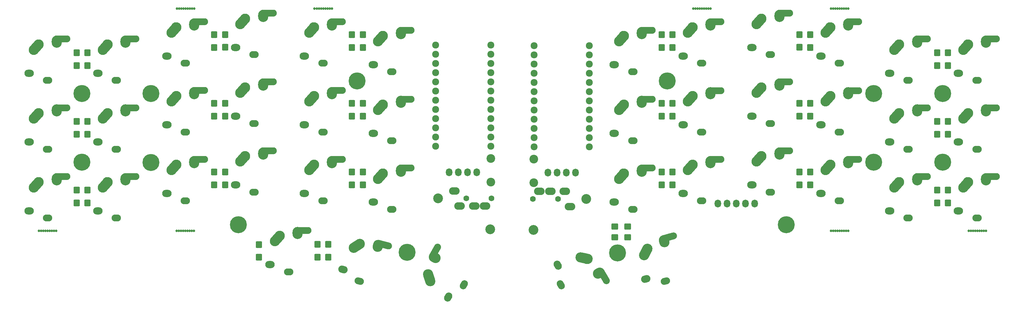
<source format=gbs>
G04 #@! TF.GenerationSoftware,KiCad,Pcbnew,(6.0.8-1)-1*
G04 #@! TF.CreationDate,2023-02-08T14:44:23+02:00*
G04 #@! TF.ProjectId,corne-light,636f726e-652d-46c6-9967-68742e6b6963,2.0*
G04 #@! TF.SameCoordinates,Original*
G04 #@! TF.FileFunction,Soldermask,Bot*
G04 #@! TF.FilePolarity,Negative*
%FSLAX46Y46*%
G04 Gerber Fmt 4.6, Leading zero omitted, Abs format (unit mm)*
G04 Created by KiCad (PCBNEW (6.0.8-1)-1) date 2023-02-08 14:44:23*
%MOMM*%
%LPD*%
G01*
G04 APERTURE LIST*
G04 Aperture macros list*
%AMRoundRect*
0 Rectangle with rounded corners*
0 $1 Rounding radius*
0 $2 $3 $4 $5 $6 $7 $8 $9 X,Y pos of 4 corners*
0 Add a 4 corners polygon primitive as box body*
4,1,4,$2,$3,$4,$5,$6,$7,$8,$9,$2,$3,0*
0 Add four circle primitives for the rounded corners*
1,1,$1+$1,$2,$3*
1,1,$1+$1,$4,$5*
1,1,$1+$1,$6,$7*
1,1,$1+$1,$8,$9*
0 Add four rect primitives between the rounded corners*
20,1,$1+$1,$2,$3,$4,$5,0*
20,1,$1+$1,$4,$5,$6,$7,0*
20,1,$1+$1,$6,$7,$8,$9,0*
20,1,$1+$1,$8,$9,$2,$3,0*%
%AMHorizOval*
0 Thick line with rounded ends*
0 $1 width*
0 $2 $3 position (X,Y) of the first rounded end (center of the circle)*
0 $4 $5 position (X,Y) of the second rounded end (center of the circle)*
0 Add line between two ends*
20,1,$1,$2,$3,$4,$5,0*
0 Add two circle primitives to create the rounded ends*
1,1,$1,$2,$3*
1,1,$1,$4,$5*%
G04 Aperture macros list end*
%ADD10HorizOval,2.800000X-0.453990X-0.891007X0.453990X0.891007X0*%
%ADD11HorizOval,2.000000X0.289778X0.077646X-0.289778X-0.077646X0*%
%ADD12C,2.800000*%
%ADD13HorizOval,1.900000X0.338074X0.090587X-0.338074X-0.090587X0*%
%ADD14HorizOval,2.800000X-0.071175X0.265630X0.071175X-0.265630X0*%
%ADD15HorizOval,1.900000X1.397264X0.387496X-1.397264X-0.387496X0*%
%ADD16C,1.600000*%
%ADD17O,2.900000X2.100000*%
%ADD18C,2.400000*%
%ADD19O,2.600000X2.000000*%
%ADD20HorizOval,2.800000X-0.669131X-0.743145X0.669131X0.743145X0*%
%ADD21O,2.600000X1.900000*%
%ADD22HorizOval,1.900000X1.449945X0.012653X-1.449945X-0.012653X0*%
%ADD23O,2.800000X3.350000*%
%ADD24C,1.924000*%
%ADD25HorizOval,2.800000X-0.309017X0.951057X0.309017X-0.951057X0*%
%ADD26HorizOval,2.000000X0.150000X0.259808X-0.150000X-0.259808X0*%
%ADD27HorizOval,1.900000X0.175000X0.303109X-0.175000X-0.303109X0*%
%ADD28HorizOval,2.800000X-0.238157X0.137500X0.238157X-0.137500X0*%
%ADD29HorizOval,1.900000X0.714014X1.262016X-0.714014X-1.262016X0*%
%ADD30HorizOval,2.800000X-0.838671X-0.544639X0.838671X0.544639X0*%
%ADD31HorizOval,2.000000X0.289778X-0.077646X-0.289778X0.077646X0*%
%ADD32HorizOval,1.900000X0.338074X-0.090587X-0.338074X0.090587X0*%
%ADD33HorizOval,1.900000X1.403814X-0.363051X-1.403814X0.363051X0*%
%ADD34HorizOval,2.800000X-0.071175X-0.265630X0.071175X0.265630X0*%
%ADD35C,2.700000*%
%ADD36HorizOval,2.800000X-0.978148X0.207912X0.978148X-0.207912X0*%
%ADD37HorizOval,2.000000X0.150000X-0.259808X-0.150000X0.259808X0*%
%ADD38HorizOval,2.800000X-0.238157X-0.137500X0.238157X0.137500X0*%
%ADD39HorizOval,1.900000X0.735931X-1.249362X-0.735931X1.249362X0*%
%ADD40HorizOval,1.900000X0.175000X-0.303109X-0.175000X0.303109X0*%
%ADD41O,1.797000X2.178000*%
%ADD42C,0.700000*%
%ADD43RoundRect,0.200000X-0.650000X0.700000X-0.650000X-0.700000X0.650000X-0.700000X0.650000X0.700000X0*%
%ADD44RoundRect,0.200000X-0.700000X-0.650000X0.700000X-0.650000X0.700000X0.650000X-0.700000X0.650000X0*%
%ADD45C,4.700000*%
G04 APERTURE END LIST*
D10*
X187308330Y-99174827D03*
D11*
X187268020Y-106632520D03*
D12*
X187734756Y-98328776D03*
D13*
X192711879Y-107244394D03*
D14*
X192357330Y-96261940D03*
D15*
X193518037Y-95184410D03*
D16*
X137714500Y-84432000D03*
X144714500Y-84432000D03*
D17*
X134414500Y-82332000D03*
X142914500Y-86532000D03*
X139914500Y-86532000D03*
X135914500Y-86532000D03*
D16*
X163107847Y-84565432D03*
X156107847Y-84565432D03*
D17*
X166407847Y-86665432D03*
X157907847Y-82465432D03*
X160907847Y-82465432D03*
X164907847Y-82465432D03*
D18*
X156374847Y-80067432D03*
X156374847Y-73567432D03*
D19*
X273584847Y-49820432D03*
D20*
X275553978Y-42627287D03*
D12*
X276184847Y-41920432D03*
D21*
X278684847Y-51820432D03*
D22*
X282584889Y-40380031D03*
D23*
X281184847Y-41120432D03*
D20*
X256553978Y-42627287D03*
D12*
X257184847Y-41920432D03*
D19*
X254584847Y-49820432D03*
D22*
X263584889Y-40380031D03*
D23*
X262184847Y-41120432D03*
D21*
X259684847Y-51820432D03*
D20*
X237553978Y-37877287D03*
D19*
X235584847Y-45070432D03*
D12*
X238184847Y-37170432D03*
D23*
X243184847Y-36370432D03*
D21*
X240684847Y-47070432D03*
D22*
X244584889Y-35630031D03*
D12*
X219184847Y-34795432D03*
D20*
X218553978Y-35502287D03*
D19*
X216584847Y-42695432D03*
D23*
X224184847Y-33995432D03*
D22*
X225584889Y-33255031D03*
D21*
X221684847Y-44695432D03*
D12*
X200184847Y-37170432D03*
D20*
X199553978Y-37877287D03*
D19*
X197584847Y-45070432D03*
D22*
X206584889Y-35630031D03*
D23*
X205184847Y-36370432D03*
D21*
X202684847Y-47070432D03*
D19*
X178584847Y-47445432D03*
D12*
X181184847Y-39545432D03*
D20*
X180553978Y-40252287D03*
D22*
X187584889Y-38005031D03*
D21*
X183684847Y-49445432D03*
D23*
X186184847Y-38745432D03*
D20*
X275553978Y-61627287D03*
D19*
X273584847Y-68820432D03*
D12*
X276184847Y-60920432D03*
D23*
X281184847Y-60120432D03*
D21*
X278684847Y-70820432D03*
D22*
X282584889Y-59380031D03*
D12*
X257184847Y-60920432D03*
D19*
X254584847Y-68820432D03*
D20*
X256553978Y-61627287D03*
D22*
X263584889Y-59380031D03*
D23*
X262184847Y-60120432D03*
D21*
X259684847Y-70820432D03*
D19*
X235584847Y-64070432D03*
D20*
X237553978Y-56877287D03*
D12*
X238184847Y-56170432D03*
D22*
X244584889Y-54630031D03*
D23*
X243184847Y-55370432D03*
D21*
X240684847Y-66070432D03*
D19*
X216584847Y-61695432D03*
D20*
X218553978Y-54502287D03*
D12*
X219184847Y-53795432D03*
D21*
X221684847Y-63695432D03*
D22*
X225584889Y-52255031D03*
D23*
X224184847Y-52995432D03*
D20*
X199553978Y-56877287D03*
D19*
X197584847Y-64070432D03*
D12*
X200184847Y-56170432D03*
D23*
X205184847Y-55370432D03*
D21*
X202684847Y-66070432D03*
D22*
X206584889Y-54630031D03*
D19*
X178584847Y-66445432D03*
D20*
X180553978Y-59252287D03*
D12*
X181184847Y-58545432D03*
D21*
X183684847Y-68445432D03*
D23*
X186184847Y-57745432D03*
D22*
X187584889Y-57005031D03*
D12*
X276184847Y-79920432D03*
D20*
X275553978Y-80627287D03*
D19*
X273584847Y-87820432D03*
D22*
X282584889Y-78380031D03*
D23*
X281184847Y-79120432D03*
D21*
X278684847Y-89820432D03*
D20*
X256553978Y-80627287D03*
D12*
X257184847Y-79920432D03*
D19*
X254584847Y-87820432D03*
D22*
X263584889Y-78380031D03*
D23*
X262184847Y-79120432D03*
D21*
X259684847Y-89820432D03*
D19*
X235584847Y-83070432D03*
D20*
X237553978Y-75877287D03*
D12*
X238184847Y-75170432D03*
D22*
X244584889Y-73630031D03*
D21*
X240684847Y-85070432D03*
D23*
X243184847Y-74370432D03*
D19*
X216584847Y-80695432D03*
D20*
X218553978Y-73502287D03*
D12*
X219184847Y-72795432D03*
D23*
X224184847Y-71995432D03*
D21*
X221684847Y-82695432D03*
D22*
X225584889Y-71255031D03*
D20*
X199553978Y-75877287D03*
D12*
X200184847Y-75170432D03*
D19*
X197584847Y-83070432D03*
D23*
X205184847Y-74370432D03*
D22*
X206584889Y-73630031D03*
D21*
X202684847Y-85070432D03*
D20*
X180553978Y-78252287D03*
D19*
X178584847Y-85445432D03*
D12*
X181184847Y-77545432D03*
D21*
X183684847Y-87445432D03*
D23*
X186184847Y-76745432D03*
D22*
X187584889Y-76005031D03*
D24*
X144503900Y-42082000D03*
X144503900Y-44622000D03*
X144503900Y-47162000D03*
X144503900Y-49702000D03*
X144503900Y-52242000D03*
X144503900Y-54782000D03*
X144503900Y-57322000D03*
X144503900Y-59862000D03*
X144503900Y-62402000D03*
X144503900Y-64942000D03*
X144503900Y-67482000D03*
X144503900Y-70022000D03*
X129283900Y-70022000D03*
X129283900Y-67482000D03*
X129283900Y-64942000D03*
X129283900Y-62402000D03*
X129283900Y-59862000D03*
X129283900Y-57322000D03*
X129283900Y-54782000D03*
X129283900Y-52242000D03*
X129283900Y-49702000D03*
X129283900Y-47162000D03*
X129283900Y-44622000D03*
X129283900Y-42082000D03*
X171674247Y-42208432D03*
X171674247Y-44748432D03*
X171674247Y-47288432D03*
X171674247Y-49828432D03*
X171674247Y-52368432D03*
X171674247Y-54908432D03*
X171674247Y-57448432D03*
X171674247Y-59988432D03*
X171674247Y-62528432D03*
X171674247Y-65068432D03*
X171674247Y-67608432D03*
X171674247Y-70148432D03*
X156454247Y-70148432D03*
X156454247Y-67608432D03*
X156454247Y-65068432D03*
X156454247Y-62528432D03*
X156454247Y-59988432D03*
X156454247Y-57448432D03*
X156454247Y-54908432D03*
X156454247Y-52368432D03*
X156454247Y-49828432D03*
X156454247Y-47288432D03*
X156454247Y-44748432D03*
X156454247Y-42208432D03*
D19*
X112087500Y-47445000D03*
D12*
X114687500Y-39545000D03*
D20*
X114056631Y-40251855D03*
D23*
X119687500Y-38745000D03*
D21*
X117187500Y-49445000D03*
D22*
X121087542Y-38004599D03*
D12*
X95687500Y-37170000D03*
D19*
X93087500Y-45070000D03*
D20*
X95056631Y-37876855D03*
D22*
X102087542Y-35629599D03*
D21*
X98187500Y-47070000D03*
D23*
X100687500Y-36370000D03*
D12*
X76687500Y-34795000D03*
D19*
X74087500Y-42695000D03*
D20*
X76056631Y-35501855D03*
D21*
X79187500Y-44695000D03*
D23*
X81687500Y-33995000D03*
D22*
X83087542Y-33254599D03*
D20*
X57056631Y-37876855D03*
D19*
X55087500Y-45070000D03*
D12*
X57687500Y-37170000D03*
D22*
X64087542Y-35629599D03*
D23*
X62687500Y-36370000D03*
D21*
X60187500Y-47070000D03*
D19*
X36087500Y-49820000D03*
D20*
X38056631Y-42626855D03*
D12*
X38687500Y-41920000D03*
D21*
X41187500Y-51820000D03*
D22*
X45087542Y-40379599D03*
D23*
X43687500Y-41120000D03*
D20*
X114056631Y-78251855D03*
D12*
X114687500Y-77545000D03*
D19*
X112087500Y-85445000D03*
D21*
X117187500Y-87445000D03*
D23*
X119687500Y-76745000D03*
D22*
X121087542Y-76004599D03*
D25*
X127520118Y-106359840D03*
D12*
X127223398Y-105460064D03*
D26*
X132764999Y-111661730D03*
D27*
X137047050Y-108245000D03*
D28*
X129030578Y-100729936D03*
D29*
X129089393Y-99147264D03*
D12*
X19687500Y-79920000D03*
D20*
X19056631Y-80626855D03*
D19*
X17087500Y-87820000D03*
D21*
X22187500Y-89820000D03*
D23*
X24687500Y-79120000D03*
D22*
X26087542Y-78379599D03*
D12*
X108307962Y-97034249D03*
D30*
X107515641Y-97553738D03*
D31*
X103751884Y-103992134D03*
D32*
X108160468Y-107243962D03*
D33*
X114888613Y-97202789D03*
D34*
X113344646Y-97555604D03*
D19*
X83587500Y-102695000D03*
D20*
X85556631Y-95501855D03*
D12*
X86187500Y-94795000D03*
D22*
X92587542Y-93254599D03*
D23*
X91187500Y-93995000D03*
D21*
X88687500Y-104695000D03*
D19*
X93087500Y-83070000D03*
D12*
X95687500Y-75170000D03*
D20*
X95056631Y-75876855D03*
D21*
X98187500Y-85070000D03*
D22*
X102087542Y-73629599D03*
D23*
X100687500Y-74370000D03*
D12*
X76687500Y-72795000D03*
D20*
X76056631Y-73501855D03*
D19*
X74087500Y-80695000D03*
D23*
X81687500Y-71995000D03*
D22*
X83087542Y-71254599D03*
D21*
X79187500Y-82695000D03*
D20*
X57056631Y-75876855D03*
D12*
X57687500Y-75170000D03*
D19*
X55087500Y-83070000D03*
D22*
X64087542Y-73629599D03*
D23*
X62687500Y-74370000D03*
D21*
X60187500Y-85070000D03*
D19*
X36087500Y-87820000D03*
D20*
X38056631Y-80626855D03*
D12*
X38687500Y-79920000D03*
D21*
X41187500Y-89820000D03*
D23*
X43687500Y-79120000D03*
D22*
X45087542Y-78379599D03*
D19*
X112087500Y-66445000D03*
D12*
X114687500Y-58545000D03*
D20*
X114056631Y-59251855D03*
D22*
X121087542Y-57004599D03*
D23*
X119687500Y-57745000D03*
D21*
X117187500Y-68445000D03*
D20*
X95056631Y-56876855D03*
D12*
X95687500Y-56170000D03*
D19*
X93087500Y-64070000D03*
D22*
X102087542Y-54629599D03*
D21*
X98187500Y-66070000D03*
D23*
X100687500Y-55370000D03*
D20*
X76056631Y-54501855D03*
D19*
X74087500Y-61695000D03*
D12*
X76687500Y-53795000D03*
D22*
X83087542Y-52254599D03*
D23*
X81687500Y-52995000D03*
D21*
X79187500Y-63695000D03*
D20*
X57056631Y-56876855D03*
D19*
X55087500Y-64070000D03*
D12*
X57687500Y-56170000D03*
D23*
X62687500Y-55370000D03*
D21*
X60187500Y-66070000D03*
D22*
X64087542Y-54629599D03*
D12*
X38687500Y-60920000D03*
D20*
X38056631Y-61626855D03*
D19*
X36087500Y-68820000D03*
D21*
X41187500Y-70820000D03*
D22*
X45087542Y-59379599D03*
D23*
X43687500Y-60120000D03*
D19*
X17087500Y-68820000D03*
D20*
X19056631Y-61626855D03*
D12*
X19687500Y-60920000D03*
D22*
X26087542Y-59379599D03*
D21*
X22187500Y-70820000D03*
D23*
X24687500Y-60120000D03*
D20*
X19056631Y-42626855D03*
D19*
X17087500Y-49820000D03*
D12*
X19687500Y-41920000D03*
D22*
X26087542Y-40379599D03*
D21*
X22187500Y-51820000D03*
D23*
X24687500Y-41120000D03*
D35*
X156330847Y-93085432D03*
X170889847Y-84542432D03*
D36*
X170221360Y-100937447D03*
D12*
X171148949Y-101130368D03*
D37*
X163007348Y-102828702D03*
D38*
X174341769Y-105060496D03*
D39*
X175682996Y-105902767D03*
D40*
X163825297Y-108245432D03*
D41*
X133028500Y-77168000D03*
X135568500Y-77168000D03*
X138108500Y-77168000D03*
X140648500Y-77168000D03*
D18*
X144504500Y-79921000D03*
X144504500Y-73421000D03*
D42*
X23383750Y-93380000D03*
X21602500Y-93380000D03*
X24571250Y-93380000D03*
X23977500Y-93380000D03*
X22196250Y-93380000D03*
X21008750Y-93380000D03*
X19821250Y-93380000D03*
X20415000Y-93380000D03*
X22790000Y-93380000D03*
X61965750Y-93380000D03*
X62559500Y-93380000D03*
X60184500Y-93380000D03*
X57809500Y-93380000D03*
X59590750Y-93380000D03*
X60778250Y-93380000D03*
X58403250Y-93380000D03*
X58997000Y-93380000D03*
X61372000Y-93380000D03*
X60287500Y-31970000D03*
X61475000Y-31970000D03*
X60881250Y-31970000D03*
X62068750Y-31970000D03*
X58506250Y-31970000D03*
X59693750Y-31970000D03*
X57912500Y-31970000D03*
X59100000Y-31970000D03*
X62662500Y-31970000D03*
X95882500Y-31970000D03*
X96476250Y-31970000D03*
X97070000Y-31970000D03*
X98257500Y-31970000D03*
X97663750Y-31970000D03*
X98851250Y-31970000D03*
X100038750Y-31970000D03*
X99445000Y-31970000D03*
X100632500Y-31970000D03*
X202777500Y-31980000D03*
X200402500Y-31980000D03*
X201590000Y-31980000D03*
X200996250Y-31980000D03*
X205152500Y-31980000D03*
X202183750Y-31980000D03*
X203965000Y-31980000D03*
X203371250Y-31980000D03*
X204558750Y-31980000D03*
X239610000Y-31970000D03*
X239016250Y-31970000D03*
X240203750Y-31970000D03*
X240797500Y-31970000D03*
X241391250Y-31970000D03*
X241985000Y-31970000D03*
X242578750Y-31970000D03*
X238422500Y-31970000D03*
X243172500Y-31970000D03*
X281202500Y-93390000D03*
X280608750Y-93390000D03*
X279421250Y-93390000D03*
X276452500Y-93390000D03*
X278233750Y-93390000D03*
X277046250Y-93390000D03*
X277640000Y-93390000D03*
X278827500Y-93390000D03*
X280015000Y-93390000D03*
X240827500Y-93390000D03*
X242608750Y-93390000D03*
X238452500Y-93390000D03*
X239640000Y-93390000D03*
X239046250Y-93390000D03*
X240233750Y-93390000D03*
X243202500Y-93390000D03*
X242015000Y-93390000D03*
X241421250Y-93390000D03*
D41*
X160257500Y-77310000D03*
X162797500Y-77310000D03*
X165337500Y-77310000D03*
X167877500Y-77310000D03*
X217302500Y-85820000D03*
X214762500Y-85820000D03*
X212222500Y-85820000D03*
X209682500Y-85820000D03*
X207142500Y-85820000D03*
D43*
X270684847Y-85695432D03*
X270684847Y-82145432D03*
X232684847Y-80695432D03*
X232684847Y-77145432D03*
X229684847Y-80690432D03*
X229684847Y-77140432D03*
X194684847Y-80695432D03*
X194684847Y-77145432D03*
X191684847Y-80695432D03*
X191684847Y-77145432D03*
D44*
X182312500Y-92145000D03*
X178762500Y-92145000D03*
X182312500Y-95145000D03*
X178762500Y-95145000D03*
D43*
X270684847Y-47695432D03*
X270684847Y-44145432D03*
X267684847Y-47695432D03*
X267684847Y-44145432D03*
X232684847Y-42695432D03*
X232684847Y-39145432D03*
X229684847Y-42690432D03*
X229684847Y-39140432D03*
X194684847Y-42695432D03*
X194684847Y-39145432D03*
X191684847Y-42695432D03*
X191684847Y-39145432D03*
X270684847Y-66695432D03*
X270684847Y-63145432D03*
X267684847Y-66695432D03*
X267684847Y-63145432D03*
X232684847Y-61695432D03*
X232684847Y-58145432D03*
X229684847Y-61690432D03*
X229684847Y-58140432D03*
X194684847Y-61695432D03*
X194684847Y-58145432D03*
X33187500Y-85695000D03*
X33187500Y-82145000D03*
X33187500Y-66695000D03*
X33187500Y-63145000D03*
X33187500Y-47695000D03*
X33187500Y-44145000D03*
X191684847Y-61695432D03*
X191684847Y-58145432D03*
X99687500Y-100680000D03*
X99687500Y-97130000D03*
X96687500Y-100680000D03*
X96687500Y-97130000D03*
X80507500Y-100685000D03*
X80507500Y-97135000D03*
X109187500Y-80695000D03*
X109187500Y-77145000D03*
X106187500Y-80695000D03*
X106187500Y-77145000D03*
X71187500Y-80690000D03*
X71187500Y-77140000D03*
X68187500Y-80695000D03*
X68187500Y-77145000D03*
X30187500Y-85691875D03*
X30187500Y-82141875D03*
X109187500Y-61695000D03*
X109187500Y-58145000D03*
X106187500Y-61695000D03*
X106187500Y-58145000D03*
X71187500Y-61690000D03*
X71187500Y-58140000D03*
X68187500Y-61695000D03*
X68187500Y-58145000D03*
X30187500Y-66691875D03*
X30187500Y-63141875D03*
X109187500Y-42695000D03*
X109187500Y-39145000D03*
X106187500Y-42695000D03*
X106187500Y-39145000D03*
X71187500Y-42690000D03*
X71187500Y-39140000D03*
X68187500Y-42695000D03*
X68187500Y-39145000D03*
X30187500Y-47691875D03*
X30187500Y-44141875D03*
X267684847Y-85695432D03*
X267684847Y-82145432D03*
D45*
X31695500Y-74420500D03*
X107650500Y-51930500D03*
X31695500Y-55420500D03*
X74839500Y-91685500D03*
X121405500Y-99300000D03*
D35*
X129944500Y-84419000D03*
X144376500Y-92940000D03*
D45*
X193235847Y-51936932D03*
X179485847Y-99446932D03*
X226055847Y-91696932D03*
X269195847Y-55426932D03*
X269195847Y-74426932D03*
X50712500Y-74445000D03*
X50712500Y-55445000D03*
X250212500Y-74426932D03*
X250212500Y-55426932D03*
M02*

</source>
